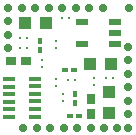
<source format=gbr>
%FSLAX35Y35*%
%MOIN*%
G04 EasyPC Gerber Version 18.0.9 Build 3640 *
%ADD29R,0.01000X0.01000*%
%ADD111R,0.01800X0.02000*%
%ADD108R,0.02800X0.03500*%
%ADD93R,0.03937X0.04291*%
%ADD12C,0.02800*%
%ADD27R,0.01000X0.01000*%
%ADD128R,0.03937X0.01260*%
%ADD28R,0.02000X0.01800*%
%ADD127R,0.04331X0.02362*%
%ADD88R,0.03500X0.02800*%
%ADD90R,0.04291X0.03937*%
X0Y0D02*
D02*
D12*
X2750Y29250D03*
Y33750D03*
Y38250D03*
Y42750D03*
X7250D03*
X7750Y2750D03*
X11750Y42750D03*
X12250Y2750D03*
X16250Y42750D03*
X16750Y2750D03*
X20750Y42750D03*
X21250Y2750D03*
X25250Y42750D03*
X25750Y2750D03*
X29750Y42750D03*
X30250Y2750D03*
X34250Y42750D03*
X34750Y2750D03*
X38950D03*
X42750D03*
Y7250D03*
Y11750D03*
Y16250D03*
Y20750D03*
Y25250D03*
Y29750D03*
X42850Y42750D03*
D02*
D27*
X6550Y29250D03*
X6650Y32750D03*
X8850Y29250D03*
X8950Y32750D03*
X20750Y39250D03*
X22650Y18450D03*
X23050Y39250D03*
X24950Y18450D03*
X35250Y19250D03*
X37550D03*
D02*
D28*
X21750Y22050D03*
X23150Y6750D03*
X24750Y22050D03*
X26150Y6750D03*
D02*
D29*
X13950Y22850D03*
Y25150D03*
X18550Y29350D03*
Y31650D03*
X18750Y16550D03*
Y18850D03*
X20950Y11650D03*
Y13950D03*
X31450Y16950D03*
Y19250D03*
D02*
D88*
X3700Y24950D03*
X8800D03*
D02*
D90*
X8450Y37550D03*
X15450D03*
X29850Y23950D03*
X36850D03*
D02*
D93*
X36350Y7750D03*
Y14750D03*
D02*
D108*
X30350Y7300D03*
Y12400D03*
D02*
D111*
X13450Y28750D03*
Y31750D03*
X24850Y10850D03*
Y13850D03*
D02*
D127*
X27341Y30507D03*
Y37987D03*
X38365Y30507D03*
Y34247D03*
Y37987D03*
D02*
D128*
X3032Y6312D03*
Y8832D03*
Y11352D03*
Y13871D03*
Y16391D03*
Y18911D03*
X11693Y6312D03*
Y8989D03*
Y11509D03*
Y14029D03*
Y16548D03*
Y19068D03*
X0Y0D02*
M02*

</source>
